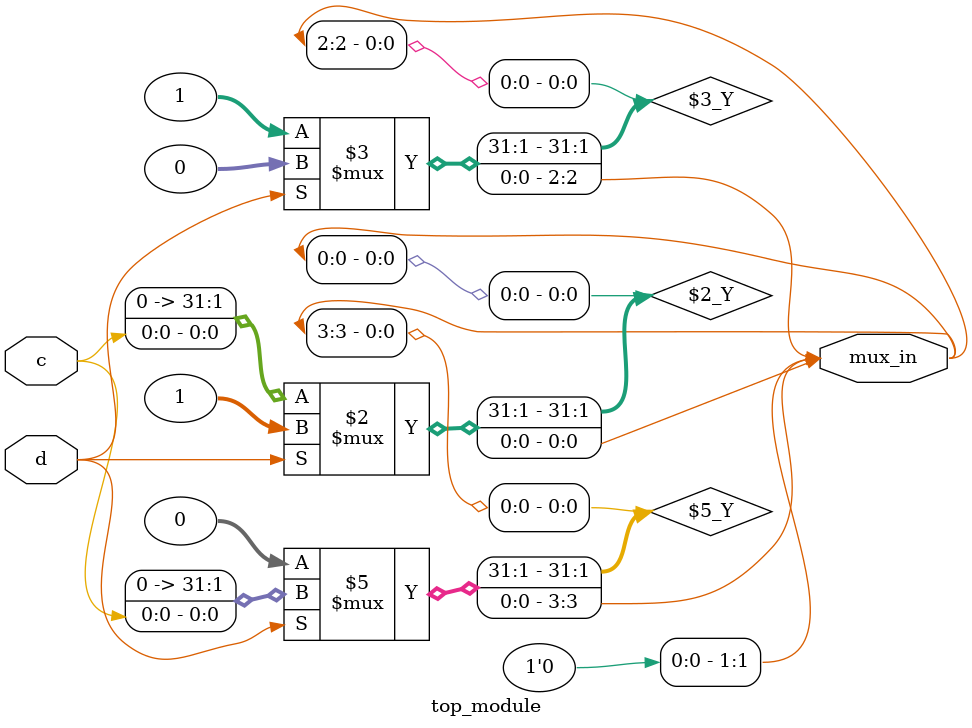
<source format=v>
module top_module (
    input c,
    input d,
    output [3:0] mux_in
); 
    assign mux_in[0] = d ? 1: c;
    assign mux_in[1] = 0;
    assign mux_in[2] = d ? 0 : 1;
    assign mux_in[3] = d ? c : 0;

endmodule


</source>
